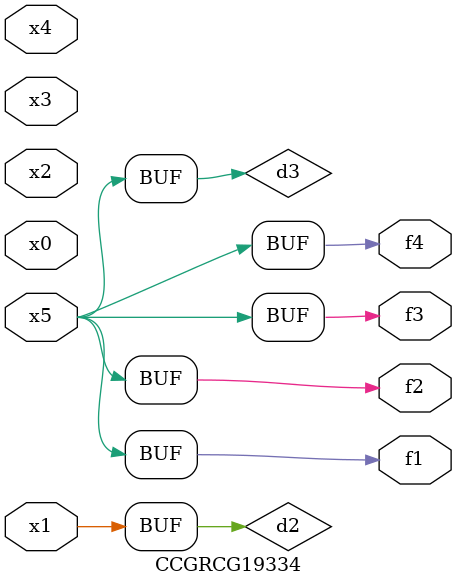
<source format=v>
module CCGRCG19334(
	input x0, x1, x2, x3, x4, x5,
	output f1, f2, f3, f4
);

	wire d1, d2, d3;

	not (d1, x5);
	or (d2, x1);
	xnor (d3, d1);
	assign f1 = d3;
	assign f2 = d3;
	assign f3 = d3;
	assign f4 = d3;
endmodule

</source>
